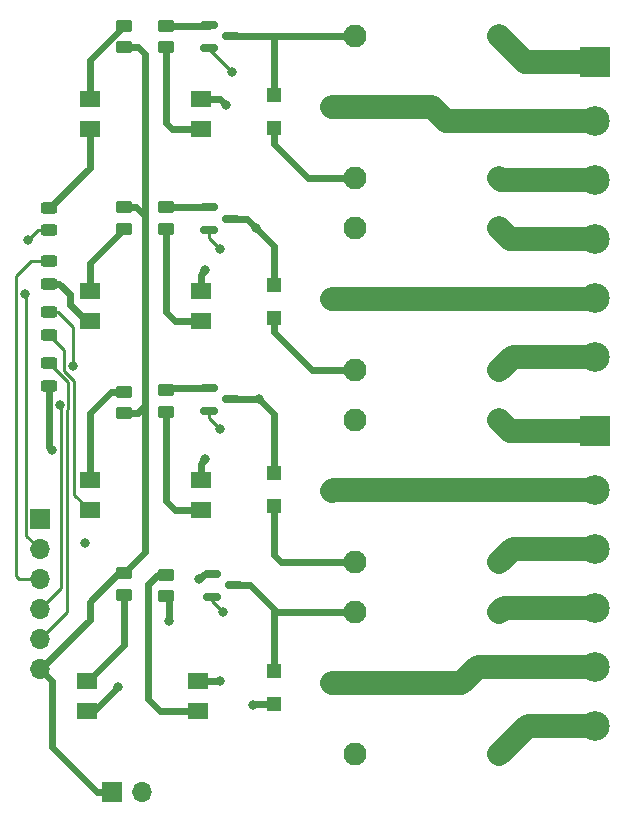
<source format=gbr>
%TF.GenerationSoftware,KiCad,Pcbnew,(6.0.7)*%
%TF.CreationDate,2023-01-17T21:34:43+03:00*%
%TF.ProjectId,4ChannelRelayModule,34436861-6e6e-4656-9c52-656c61794d6f,rev?*%
%TF.SameCoordinates,Original*%
%TF.FileFunction,Copper,L1,Top*%
%TF.FilePolarity,Positive*%
%FSLAX46Y46*%
G04 Gerber Fmt 4.6, Leading zero omitted, Abs format (unit mm)*
G04 Created by KiCad (PCBNEW (6.0.7)) date 2023-01-17 21:34:43*
%MOMM*%
%LPD*%
G01*
G04 APERTURE LIST*
G04 Aperture macros list*
%AMRoundRect*
0 Rectangle with rounded corners*
0 $1 Rounding radius*
0 $2 $3 $4 $5 $6 $7 $8 $9 X,Y pos of 4 corners*
0 Add a 4 corners polygon primitive as box body*
4,1,4,$2,$3,$4,$5,$6,$7,$8,$9,$2,$3,0*
0 Add four circle primitives for the rounded corners*
1,1,$1+$1,$2,$3*
1,1,$1+$1,$4,$5*
1,1,$1+$1,$6,$7*
1,1,$1+$1,$8,$9*
0 Add four rect primitives between the rounded corners*
20,1,$1+$1,$2,$3,$4,$5,0*
20,1,$1+$1,$4,$5,$6,$7,0*
20,1,$1+$1,$6,$7,$8,$9,0*
20,1,$1+$1,$8,$9,$2,$3,0*%
G04 Aperture macros list end*
%TA.AperFunction,SMDPad,CuDef*%
%ADD10R,1.700000X1.450000*%
%TD*%
%TA.AperFunction,SMDPad,CuDef*%
%ADD11RoundRect,0.243750X-0.456250X0.243750X-0.456250X-0.243750X0.456250X-0.243750X0.456250X0.243750X0*%
%TD*%
%TA.AperFunction,SMDPad,CuDef*%
%ADD12RoundRect,0.250000X-0.450000X0.262500X-0.450000X-0.262500X0.450000X-0.262500X0.450000X0.262500X0*%
%TD*%
%TA.AperFunction,SMDPad,CuDef*%
%ADD13R,1.200000X1.200000*%
%TD*%
%TA.AperFunction,SMDPad,CuDef*%
%ADD14RoundRect,0.250000X0.450000X-0.262500X0.450000X0.262500X-0.450000X0.262500X-0.450000X-0.262500X0*%
%TD*%
%TA.AperFunction,SMDPad,CuDef*%
%ADD15RoundRect,0.150000X-0.587500X-0.150000X0.587500X-0.150000X0.587500X0.150000X-0.587500X0.150000X0*%
%TD*%
%TA.AperFunction,ComponentPad*%
%ADD16R,1.700000X1.700000*%
%TD*%
%TA.AperFunction,ComponentPad*%
%ADD17O,1.700000X1.700000*%
%TD*%
%TA.AperFunction,ComponentPad*%
%ADD18R,2.500000X2.500000*%
%TD*%
%TA.AperFunction,ComponentPad*%
%ADD19C,2.500000*%
%TD*%
%TA.AperFunction,ComponentPad*%
%ADD20C,1.950000*%
%TD*%
%TA.AperFunction,SMDPad,CuDef*%
%ADD21RoundRect,0.243750X0.456250X-0.243750X0.456250X0.243750X-0.456250X0.243750X-0.456250X-0.243750X0*%
%TD*%
%TA.AperFunction,ViaPad*%
%ADD22C,0.800000*%
%TD*%
%TA.AperFunction,Conductor*%
%ADD23C,0.250000*%
%TD*%
%TA.AperFunction,Conductor*%
%ADD24C,0.560000*%
%TD*%
%TA.AperFunction,Conductor*%
%ADD25C,2.000000*%
%TD*%
G04 APERTURE END LIST*
D10*
%TO.P,U3,1*%
%TO.N,Net-(R3-Pad2)*%
X107314000Y-93156000D03*
%TO.P,U3,2*%
%TO.N,Net-(D3-Pad2)*%
X107314000Y-95696000D03*
%TO.P,U3,3*%
%TO.N,Net-(R7-Pad1)*%
X116714000Y-95696000D03*
%TO.P,U3,4*%
%TO.N,/JD-VCC*%
X116714000Y-93156000D03*
%TD*%
D11*
%TO.P,D4,1,K*%
%TO.N,/IN4*%
X103886000Y-83250000D03*
%TO.P,D4,2,A*%
%TO.N,Net-(D4-Pad2)*%
X103886000Y-85125000D03*
%TD*%
D12*
%TO.P,R4,1*%
%TO.N,/VCC*%
X110236000Y-101030000D03*
%TO.P,R4,2*%
%TO.N,Net-(R4-Pad2)*%
X110236000Y-102855000D03*
%TD*%
D11*
%TO.P,D3,1,K*%
%TO.N,/IN3*%
X103886000Y-78932000D03*
%TO.P,D3,2,A*%
%TO.N,Net-(D3-Pad2)*%
X103886000Y-80807000D03*
%TD*%
D13*
%TO.P,D6,1,K*%
%TO.N,/JD-VCC*%
X122936000Y-79446000D03*
%TO.P,D6,2,A*%
%TO.N,Net-(D6-Pad2)*%
X122936000Y-76646000D03*
%TD*%
D14*
%TO.P,R6,1*%
%TO.N,Net-(R6-Pad1)*%
X113792000Y-71867000D03*
%TO.P,R6,2*%
%TO.N,Net-(Q2-Pad1)*%
X113792000Y-70042000D03*
%TD*%
D10*
%TO.P,U2,1*%
%TO.N,Net-(R2-Pad2)*%
X107314000Y-77154000D03*
%TO.P,U2,2*%
%TO.N,Net-(D2-Pad2)*%
X107314000Y-79694000D03*
%TO.P,U2,3*%
%TO.N,Net-(R6-Pad1)*%
X116714000Y-79694000D03*
%TO.P,U2,4*%
%TO.N,/JD-VCC*%
X116714000Y-77154000D03*
%TD*%
D14*
%TO.P,R3,1*%
%TO.N,/VCC*%
X110236000Y-87464500D03*
%TO.P,R3,2*%
%TO.N,Net-(R3-Pad2)*%
X110236000Y-85639500D03*
%TD*%
D15*
%TO.P,Q3,1,B*%
%TO.N,Net-(Q3-Pad1)*%
X117426500Y-85348000D03*
%TO.P,Q3,2,E*%
%TO.N,/GND*%
X117426500Y-87248000D03*
%TO.P,Q3,3,C*%
%TO.N,Net-(D7-Pad2)*%
X119301500Y-86298000D03*
%TD*%
D10*
%TO.P,U4,1*%
%TO.N,Net-(R4-Pad2)*%
X107060000Y-110174000D03*
%TO.P,U4,2*%
%TO.N,Net-(D4-Pad2)*%
X107060000Y-112714000D03*
%TO.P,U4,3*%
%TO.N,Net-(R8-Pad1)*%
X116460000Y-112714000D03*
%TO.P,U4,4*%
%TO.N,/JD-VCC*%
X116460000Y-110174000D03*
%TD*%
D13*
%TO.P,D8,1,K*%
%TO.N,/JD-VCC*%
X122936000Y-112082000D03*
%TO.P,D8,2,A*%
%TO.N,Net-(D8-Pad2)*%
X122936000Y-109282000D03*
%TD*%
D16*
%TO.P,J1,1,Pin_1*%
%TO.N,/GND*%
X103124000Y-96458000D03*
D17*
%TO.P,J1,2,Pin_2*%
%TO.N,/IN1*%
X103124000Y-98998000D03*
%TO.P,J1,3,Pin_3*%
%TO.N,/IN2*%
X103124000Y-101538000D03*
%TO.P,J1,4,Pin_4*%
%TO.N,/IN3*%
X103124000Y-104078000D03*
%TO.P,J1,5,Pin_5*%
%TO.N,/IN4*%
X103124000Y-106618000D03*
%TO.P,J1,6,Pin_6*%
%TO.N,/VCC*%
X103124000Y-109158000D03*
%TD*%
D18*
%TO.P,J3,1,Pin_1*%
%TO.N,Net-(J3-Pad1)*%
X150072000Y-57700000D03*
D19*
%TO.P,J3,2,Pin_2*%
%TO.N,Net-(K1-PadCOM)*%
X150072000Y-62700000D03*
%TO.P,J3,3,Pin_3*%
%TO.N,Net-(K1-PadNO)*%
X150072000Y-67700000D03*
%TO.P,J3,4,Pin_4*%
%TO.N,Net-(J3-Pad4)*%
X150072000Y-72700000D03*
%TO.P,J3,5,Pin_5*%
%TO.N,Net-(K2-PadCOM)*%
X150072000Y-77700000D03*
%TO.P,J3,6,Pin_6*%
%TO.N,Net-(K2-PadNO)*%
X150072000Y-82700000D03*
%TD*%
D10*
%TO.P,U1,1*%
%TO.N,Net-(R1-Pad2)*%
X107314000Y-60898000D03*
%TO.P,U1,2*%
%TO.N,Net-(D1-Pad2)*%
X107314000Y-63438000D03*
%TO.P,U1,3*%
%TO.N,Net-(R5-Pad1)*%
X116714000Y-63438000D03*
%TO.P,U1,4*%
%TO.N,/JD-VCC*%
X116714000Y-60898000D03*
%TD*%
D20*
%TO.P,K1,COIL1*%
%TO.N,/JD-VCC*%
X129794000Y-67564000D03*
%TO.P,K1,COIL2*%
%TO.N,Net-(D5-Pad2)*%
X129794000Y-55564000D03*
%TO.P,K1,COM*%
%TO.N,Net-(K1-PadCOM)*%
X127794000Y-61564000D03*
%TO.P,K1,NC*%
%TO.N,Net-(J3-Pad1)*%
X141994000Y-55564000D03*
%TO.P,K1,NO*%
%TO.N,Net-(K1-PadNO)*%
X141994000Y-67564000D03*
%TD*%
D12*
%TO.P,R2,1*%
%TO.N,/VCC*%
X110236000Y-70042000D03*
%TO.P,R2,2*%
%TO.N,Net-(R2-Pad2)*%
X110236000Y-71867000D03*
%TD*%
D14*
%TO.P,R5,1*%
%TO.N,Net-(R5-Pad1)*%
X113792000Y-56476500D03*
%TO.P,R5,2*%
%TO.N,Net-(Q1-Pad1)*%
X113792000Y-54651500D03*
%TD*%
%TO.P,R7,1*%
%TO.N,Net-(R7-Pad1)*%
X113792000Y-87361000D03*
%TO.P,R7,2*%
%TO.N,Net-(Q3-Pad1)*%
X113792000Y-85536000D03*
%TD*%
D15*
%TO.P,Q4,1,B*%
%TO.N,Net-(Q4-Pad1)*%
X117680500Y-101096000D03*
%TO.P,Q4,2,E*%
%TO.N,/GND*%
X117680500Y-102996000D03*
%TO.P,Q4,3,C*%
%TO.N,Net-(D8-Pad2)*%
X119555500Y-102046000D03*
%TD*%
D20*
%TO.P,K2,COIL1*%
%TO.N,/JD-VCC*%
X129790000Y-83820000D03*
%TO.P,K2,COIL2*%
%TO.N,Net-(D6-Pad2)*%
X129790000Y-71820000D03*
%TO.P,K2,COM*%
%TO.N,Net-(K2-PadCOM)*%
X127790000Y-77820000D03*
%TO.P,K2,NC*%
%TO.N,Net-(J3-Pad4)*%
X141990000Y-71820000D03*
%TO.P,K2,NO*%
%TO.N,Net-(K2-PadNO)*%
X141990000Y-83820000D03*
%TD*%
D21*
%TO.P,D1,1,K*%
%TO.N,/IN1*%
X103886000Y-71995500D03*
%TO.P,D1,2,A*%
%TO.N,Net-(D1-Pad2)*%
X103886000Y-70120500D03*
%TD*%
D13*
%TO.P,D5,1,K*%
%TO.N,/JD-VCC*%
X122936000Y-63314000D03*
%TO.P,D5,2,A*%
%TO.N,Net-(D5-Pad2)*%
X122936000Y-60514000D03*
%TD*%
D14*
%TO.P,R1,1*%
%TO.N,/VCC*%
X110236000Y-56476500D03*
%TO.P,R1,2*%
%TO.N,Net-(R1-Pad2)*%
X110236000Y-54651500D03*
%TD*%
D11*
%TO.P,D2,1,K*%
%TO.N,/IN2*%
X103886000Y-74614000D03*
%TO.P,D2,2,A*%
%TO.N,Net-(D2-Pad2)*%
X103886000Y-76489000D03*
%TD*%
D13*
%TO.P,D7,1,K*%
%TO.N,/JD-VCC*%
X122936000Y-95318000D03*
%TO.P,D7,2,A*%
%TO.N,Net-(D7-Pad2)*%
X122936000Y-92518000D03*
%TD*%
D15*
%TO.P,Q2,1,B*%
%TO.N,Net-(Q2-Pad1)*%
X117426500Y-70042000D03*
%TO.P,Q2,2,E*%
%TO.N,/GND*%
X117426500Y-71942000D03*
%TO.P,Q2,3,C*%
%TO.N,Net-(D6-Pad2)*%
X119301500Y-70992000D03*
%TD*%
D20*
%TO.P,K3,COIL1*%
%TO.N,/JD-VCC*%
X129794000Y-100076000D03*
%TO.P,K3,COIL2*%
%TO.N,Net-(D7-Pad2)*%
X129794000Y-88076000D03*
%TO.P,K3,COM*%
%TO.N,Net-(K3-PadCOM)*%
X127794000Y-94076000D03*
%TO.P,K3,NC*%
%TO.N,Net-(J4-Pad1)*%
X141994000Y-88076000D03*
%TO.P,K3,NO*%
%TO.N,Net-(J4-Pad3)*%
X141994000Y-100076000D03*
%TD*%
D16*
%TO.P,J2,1,Pin_1*%
%TO.N,/VCC*%
X109215000Y-119572000D03*
D17*
%TO.P,J2,2,Pin_2*%
%TO.N,/JD-VCC*%
X111755000Y-119572000D03*
%TD*%
D15*
%TO.P,Q1,1,B*%
%TO.N,Net-(Q1-Pad1)*%
X117426500Y-54614000D03*
%TO.P,Q1,2,E*%
%TO.N,/GND*%
X117426500Y-56514000D03*
%TO.P,Q1,3,C*%
%TO.N,Net-(D5-Pad2)*%
X119301500Y-55564000D03*
%TD*%
D18*
%TO.P,J4,1,Pin_1*%
%TO.N,Net-(J4-Pad1)*%
X150072000Y-88942000D03*
D19*
%TO.P,J4,2,Pin_2*%
%TO.N,Net-(K3-PadCOM)*%
X150072000Y-93942000D03*
%TO.P,J4,3,Pin_3*%
%TO.N,Net-(J4-Pad3)*%
X150072000Y-98942000D03*
%TO.P,J4,4,Pin_4*%
%TO.N,Net-(J4-Pad4)*%
X150072000Y-103942000D03*
%TO.P,J4,5,Pin_5*%
%TO.N,Net-(J4-Pad5)*%
X150072000Y-108942000D03*
%TO.P,J4,6,Pin_6*%
%TO.N,Net-(J4-Pad6)*%
X150072000Y-113942000D03*
%TD*%
D20*
%TO.P,K4,COIL1*%
%TO.N,/JD-VCC*%
X129794000Y-116332000D03*
%TO.P,K4,COIL2*%
%TO.N,Net-(D8-Pad2)*%
X129794000Y-104332000D03*
%TO.P,K4,COM*%
%TO.N,Net-(J4-Pad5)*%
X127794000Y-110332000D03*
%TO.P,K4,NC*%
%TO.N,Net-(J4-Pad4)*%
X141994000Y-104332000D03*
%TO.P,K4,NO*%
%TO.N,Net-(J4-Pad6)*%
X141994000Y-116332000D03*
%TD*%
D12*
%TO.P,R8,1*%
%TO.N,Net-(R8-Pad1)*%
X113792000Y-101133500D03*
%TO.P,R8,2*%
%TO.N,Net-(Q4-Pad1)*%
X113792000Y-102958500D03*
%TD*%
D22*
%TO.N,/IN1*%
X101854000Y-77408000D03*
X102108000Y-72836000D03*
%TO.N,Net-(D4-Pad2)*%
X109728000Y-110682000D03*
X104140000Y-90616000D03*
%TO.N,/JD-VCC*%
X118872000Y-61406000D03*
X118364000Y-110174000D03*
X117094000Y-75376000D03*
X117094000Y-91378000D03*
X121158000Y-112206000D03*
%TO.N,Net-(D6-Pad2)*%
X121412000Y-71820000D03*
%TO.N,Net-(D7-Pad2)*%
X121666000Y-86298000D03*
%TO.N,/GND*%
X118364000Y-88838000D03*
X118364000Y-73598000D03*
X106934000Y-98490000D03*
X118618000Y-104332000D03*
X119380000Y-58612000D03*
%TO.N,/IN3*%
X105918000Y-83504000D03*
X104765500Y-86806000D03*
%TO.N,Net-(Q4-Pad1)*%
X116586000Y-101538000D03*
X114046000Y-105094000D03*
%TD*%
D23*
%TO.N,/IN1*%
X102108000Y-72836000D02*
X102948500Y-71995500D01*
X101949000Y-97823000D02*
X103124000Y-98998000D01*
X102948500Y-71995500D02*
X103886000Y-71995500D01*
X101854000Y-77408000D02*
X101949000Y-77503000D01*
X101949000Y-77503000D02*
X101949000Y-97823000D01*
D24*
%TO.N,Net-(D1-Pad2)*%
X107314000Y-66692500D02*
X107314000Y-63438000D01*
X103886000Y-70120500D02*
X107314000Y-66692500D01*
%TO.N,Net-(D2-Pad2)*%
X104745000Y-76489000D02*
X105664000Y-77408000D01*
X103886000Y-76489000D02*
X104745000Y-76489000D01*
X107091000Y-79694000D02*
X107314000Y-79694000D01*
X105664000Y-77408000D02*
X105664000Y-78267000D01*
X105664000Y-78267000D02*
X107091000Y-79694000D01*
D23*
%TO.N,Net-(D3-Pad2)*%
X105982198Y-94364198D02*
X105982198Y-84709802D01*
X107314000Y-95696000D02*
X105982198Y-94364198D01*
X105156000Y-82077000D02*
X105156000Y-83883604D01*
X103886000Y-80807000D02*
X105156000Y-82077000D01*
X105156000Y-83883604D02*
X105982198Y-84709802D01*
D24*
%TO.N,Net-(D4-Pad2)*%
X103886000Y-85125000D02*
X103886000Y-90362000D01*
X107696000Y-112714000D02*
X109728000Y-110682000D01*
X103886000Y-90362000D02*
X104140000Y-90616000D01*
X107060000Y-112714000D02*
X107696000Y-112714000D01*
%TO.N,/JD-VCC*%
X122936000Y-99506000D02*
X123506000Y-100076000D01*
X126150000Y-83820000D02*
X129790000Y-83820000D01*
X122936000Y-80606000D02*
X126150000Y-83820000D01*
X116714000Y-75756000D02*
X117094000Y-75376000D01*
X116714000Y-93156000D02*
X116714000Y-91758000D01*
X122936000Y-64708000D02*
X122936000Y-63314000D01*
X123506000Y-100076000D02*
X129794000Y-100076000D01*
X118364000Y-60898000D02*
X118872000Y-61406000D01*
X116714000Y-77154000D02*
X116714000Y-75756000D01*
X129794000Y-67564000D02*
X125792000Y-67564000D01*
X122936000Y-79446000D02*
X122936000Y-80606000D01*
X122936000Y-95318000D02*
X122936000Y-99506000D01*
X121282000Y-112082000D02*
X121158000Y-112206000D01*
X122936000Y-112082000D02*
X121282000Y-112082000D01*
X116714000Y-60898000D02*
X118364000Y-60898000D01*
X116714000Y-91758000D02*
X117094000Y-91378000D01*
X116460000Y-110174000D02*
X118364000Y-110174000D01*
X125792000Y-67564000D02*
X122936000Y-64708000D01*
%TO.N,Net-(D5-Pad2)*%
X122936000Y-55564000D02*
X119301500Y-55564000D01*
X122936000Y-60514000D02*
X122936000Y-55564000D01*
X129794000Y-55564000D02*
X122936000Y-55564000D01*
%TO.N,Net-(D6-Pad2)*%
X119301500Y-70992000D02*
X120584000Y-70992000D01*
X120584000Y-70992000D02*
X121158000Y-71566000D01*
X121158000Y-71566000D02*
X121412000Y-71820000D01*
X122936000Y-73344000D02*
X121412000Y-71820000D01*
X122936000Y-76646000D02*
X122936000Y-73344000D01*
%TO.N,Net-(D7-Pad2)*%
X121666000Y-86298000D02*
X119301500Y-86298000D01*
X122936000Y-87568000D02*
X121666000Y-86298000D01*
X122936000Y-92518000D02*
X122936000Y-87568000D01*
%TO.N,Net-(D8-Pad2)*%
X119555500Y-102046000D02*
X120904000Y-102046000D01*
X129794000Y-104332000D02*
X123190000Y-104332000D01*
X122936000Y-104078000D02*
X122936000Y-109282000D01*
X123190000Y-104332000D02*
X122936000Y-104078000D01*
X120904000Y-102046000D02*
X122936000Y-104078000D01*
D23*
%TO.N,/GND*%
X117680500Y-102996000D02*
X117680500Y-103394500D01*
X117426500Y-87900500D02*
X118364000Y-88838000D01*
X117426500Y-56658500D02*
X119380000Y-58612000D01*
X117426500Y-71942000D02*
X117426500Y-72660500D01*
X117426500Y-87248000D02*
X117426500Y-87900500D01*
X117680500Y-103394500D02*
X118618000Y-104332000D01*
X117426500Y-72660500D02*
X118364000Y-73598000D01*
X117426500Y-56514000D02*
X117426500Y-56658500D01*
%TO.N,/IN2*%
X101092000Y-101284000D02*
X101092000Y-75884000D01*
X102362000Y-74614000D02*
X103886000Y-74614000D01*
X103124000Y-101538000D02*
X101346000Y-101538000D01*
X101346000Y-101538000D02*
X101092000Y-101284000D01*
X101092000Y-75884000D02*
X102362000Y-74614000D01*
%TO.N,/IN3*%
X104765500Y-86806000D02*
X104902000Y-86942500D01*
X104648000Y-78932000D02*
X105918000Y-80202000D01*
X104902000Y-86942500D02*
X104902000Y-102300000D01*
X105918000Y-80202000D02*
X105918000Y-83504000D01*
X104902000Y-102300000D02*
X103124000Y-104078000D01*
X103886000Y-78932000D02*
X104648000Y-78932000D01*
%TO.N,/IN4*%
X105410000Y-104332000D02*
X105410000Y-87186805D01*
X105490500Y-84854500D02*
X103886000Y-83250000D01*
X105490500Y-87106305D02*
X105490500Y-84854500D01*
X103124000Y-106618000D02*
X105410000Y-104332000D01*
X105410000Y-87186805D02*
X105490500Y-87106305D01*
D24*
%TO.N,/VCC*%
X104140000Y-115762000D02*
X107950000Y-119572000D01*
X110236000Y-101030000D02*
X109728000Y-101030000D01*
X112014000Y-86806000D02*
X112014000Y-99252000D01*
X112014000Y-99252000D02*
X110236000Y-101030000D01*
X107950000Y-119572000D02*
X109215000Y-119572000D01*
X107315000Y-104967000D02*
X107315000Y-103443000D01*
X111252000Y-70042000D02*
X112014000Y-70804000D01*
X110236000Y-70042000D02*
X111252000Y-70042000D01*
X103124000Y-109158000D02*
X104140000Y-110174000D01*
X107315000Y-103443000D02*
X109728000Y-101030000D01*
X112014000Y-57088000D02*
X112014000Y-70804000D01*
X104140000Y-110174000D02*
X104140000Y-115762000D01*
X107315000Y-104967000D02*
X103124000Y-109158000D01*
X112014000Y-86806000D02*
X111355500Y-87464500D01*
X112014000Y-70804000D02*
X112014000Y-86806000D01*
X111402500Y-56476500D02*
X112014000Y-57088000D01*
X110236000Y-56476500D02*
X111402500Y-56476500D01*
X111355500Y-87464500D02*
X110236000Y-87464500D01*
D25*
%TO.N,Net-(J3-Pad1)*%
X144130000Y-57700000D02*
X141994000Y-55564000D01*
X150072000Y-57700000D02*
X144130000Y-57700000D01*
%TO.N,Net-(K1-PadCOM)*%
X150072000Y-62700000D02*
X137438000Y-62700000D01*
X127794000Y-61564000D02*
X136302000Y-61564000D01*
X137438000Y-62700000D02*
X136302000Y-61564000D01*
%TO.N,Net-(K1-PadNO)*%
X150072000Y-67700000D02*
X142130000Y-67700000D01*
X142130000Y-67700000D02*
X141994000Y-67564000D01*
%TO.N,Net-(J3-Pad4)*%
X150072000Y-72700000D02*
X142870000Y-72700000D01*
X142870000Y-72700000D02*
X141990000Y-71820000D01*
%TO.N,Net-(K2-PadCOM)*%
X149952000Y-77820000D02*
X150072000Y-77700000D01*
X127790000Y-77820000D02*
X149952000Y-77820000D01*
%TO.N,Net-(K2-PadNO)*%
X143110000Y-82700000D02*
X141990000Y-83820000D01*
X150072000Y-82700000D02*
X143110000Y-82700000D01*
%TO.N,Net-(J4-Pad1)*%
X150072000Y-88942000D02*
X142860000Y-88942000D01*
X142860000Y-88942000D02*
X141994000Y-88076000D01*
%TO.N,Net-(K3-PadCOM)*%
X127928000Y-93942000D02*
X127794000Y-94076000D01*
X150072000Y-93942000D02*
X127928000Y-93942000D01*
%TO.N,Net-(J4-Pad3)*%
X143128000Y-98942000D02*
X141994000Y-100076000D01*
X150072000Y-98942000D02*
X143128000Y-98942000D01*
%TO.N,Net-(J4-Pad4)*%
X142384000Y-103942000D02*
X141994000Y-104332000D01*
X150072000Y-103942000D02*
X142384000Y-103942000D01*
%TO.N,Net-(J4-Pad5)*%
X140170000Y-108942000D02*
X138780000Y-110332000D01*
X127794000Y-110332000D02*
X138780000Y-110332000D01*
X150072000Y-108942000D02*
X140170000Y-108942000D01*
%TO.N,Net-(J4-Pad6)*%
X144384000Y-113942000D02*
X141994000Y-116332000D01*
X150072000Y-113942000D02*
X144384000Y-113942000D01*
D24*
%TO.N,Net-(Q1-Pad1)*%
X117389000Y-54651500D02*
X117426500Y-54614000D01*
X113792000Y-54651500D02*
X117389000Y-54651500D01*
%TO.N,Net-(Q2-Pad1)*%
X113792000Y-70042000D02*
X117426500Y-70042000D01*
%TO.N,Net-(Q3-Pad1)*%
X113980000Y-85348000D02*
X113792000Y-85536000D01*
X117426500Y-85348000D02*
X113980000Y-85348000D01*
%TO.N,Net-(Q4-Pad1)*%
X113792000Y-102958500D02*
X114046000Y-103212500D01*
X116586000Y-101538000D02*
X117028000Y-101096000D01*
X114046000Y-103212500D02*
X114046000Y-105094000D01*
X117028000Y-101096000D02*
X117680500Y-101096000D01*
%TO.N,Net-(R1-Pad2)*%
X110236000Y-54651500D02*
X107314000Y-57573500D01*
X107314000Y-57573500D02*
X107314000Y-60898000D01*
%TO.N,Net-(R2-Pad2)*%
X110236000Y-71867000D02*
X107314000Y-74789000D01*
X107314000Y-74789000D02*
X107314000Y-77154000D01*
%TO.N,Net-(R3-Pad2)*%
X107314000Y-87442000D02*
X109116500Y-85639500D01*
X107314000Y-87442000D02*
X107314000Y-93156000D01*
X109116500Y-85639500D02*
X110236000Y-85639500D01*
%TO.N,Net-(R4-Pad2)*%
X107060000Y-110174000D02*
X107188000Y-110174000D01*
X107188000Y-110174000D02*
X110236000Y-107126000D01*
X110236000Y-107126000D02*
X110236000Y-102855000D01*
%TO.N,Net-(R5-Pad1)*%
X113792000Y-56476500D02*
X113792000Y-62930000D01*
X113792000Y-62930000D02*
X114300000Y-63438000D01*
X114300000Y-63438000D02*
X116714000Y-63438000D01*
%TO.N,Net-(R6-Pad1)*%
X116714000Y-79694000D02*
X114554000Y-79694000D01*
X114554000Y-79694000D02*
X113792000Y-78932000D01*
X113792000Y-78932000D02*
X113792000Y-71867000D01*
%TO.N,Net-(R7-Pad1)*%
X116714000Y-95696000D02*
X114554000Y-95696000D01*
X113792000Y-94934000D02*
X113792000Y-87361000D01*
X114554000Y-95696000D02*
X113792000Y-94934000D01*
%TO.N,Net-(R8-Pad1)*%
X116460000Y-112714000D02*
X113284000Y-112714000D01*
X113053500Y-101133500D02*
X113792000Y-101133500D01*
X112268000Y-101919000D02*
X113053500Y-101133500D01*
X112268000Y-111698000D02*
X112268000Y-101919000D01*
X113284000Y-112714000D02*
X112268000Y-111698000D01*
%TD*%
M02*

</source>
